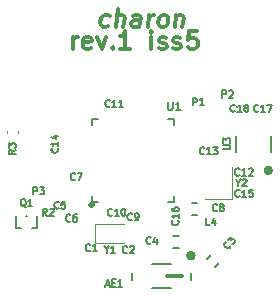
<source format=gto>
G04 #@! TF.FileFunction,Legend,Top*
%FSLAX46Y46*%
G04 Gerber Fmt 4.6, Leading zero omitted, Abs format (unit mm)*
G04 Created by KiCad (PCBNEW 4.0.7) date 02/11/18 15:54:17*
%MOMM*%
%LPD*%
G01*
G04 APERTURE LIST*
%ADD10C,0.100000*%
%ADD11C,0.300000*%
%ADD12C,0.203200*%
%ADD13C,0.150000*%
%ADD14C,0.400000*%
%ADD15C,0.120000*%
%ADD16C,0.350000*%
G04 APERTURE END LIST*
D10*
D11*
X52916001Y-88562571D02*
X52916001Y-87562571D01*
X52916001Y-87848286D02*
X52987429Y-87705429D01*
X53058858Y-87634000D01*
X53201715Y-87562571D01*
X53344572Y-87562571D01*
X54416000Y-88491143D02*
X54273143Y-88562571D01*
X53987429Y-88562571D01*
X53844572Y-88491143D01*
X53773143Y-88348286D01*
X53773143Y-87776857D01*
X53844572Y-87634000D01*
X53987429Y-87562571D01*
X54273143Y-87562571D01*
X54416000Y-87634000D01*
X54487429Y-87776857D01*
X54487429Y-87919714D01*
X53773143Y-88062571D01*
X54987429Y-87562571D02*
X55344572Y-88562571D01*
X55701714Y-87562571D01*
X56273143Y-88419714D02*
X56344571Y-88491143D01*
X56273143Y-88562571D01*
X56201714Y-88491143D01*
X56273143Y-88419714D01*
X56273143Y-88562571D01*
X57773143Y-88562571D02*
X56916000Y-88562571D01*
X57344572Y-88562571D02*
X57344572Y-87062571D01*
X57201715Y-87276857D01*
X57058857Y-87419714D01*
X56916000Y-87491143D01*
X59558857Y-88562571D02*
X59558857Y-87562571D01*
X59558857Y-87062571D02*
X59487428Y-87134000D01*
X59558857Y-87205429D01*
X59630285Y-87134000D01*
X59558857Y-87062571D01*
X59558857Y-87205429D01*
X60201714Y-88491143D02*
X60344571Y-88562571D01*
X60630286Y-88562571D01*
X60773143Y-88491143D01*
X60844571Y-88348286D01*
X60844571Y-88276857D01*
X60773143Y-88134000D01*
X60630286Y-88062571D01*
X60416000Y-88062571D01*
X60273143Y-87991143D01*
X60201714Y-87848286D01*
X60201714Y-87776857D01*
X60273143Y-87634000D01*
X60416000Y-87562571D01*
X60630286Y-87562571D01*
X60773143Y-87634000D01*
X61416000Y-88491143D02*
X61558857Y-88562571D01*
X61844572Y-88562571D01*
X61987429Y-88491143D01*
X62058857Y-88348286D01*
X62058857Y-88276857D01*
X61987429Y-88134000D01*
X61844572Y-88062571D01*
X61630286Y-88062571D01*
X61487429Y-87991143D01*
X61416000Y-87848286D01*
X61416000Y-87776857D01*
X61487429Y-87634000D01*
X61630286Y-87562571D01*
X61844572Y-87562571D01*
X61987429Y-87634000D01*
X63416001Y-87062571D02*
X62701715Y-87062571D01*
X62630286Y-87776857D01*
X62701715Y-87705429D01*
X62844572Y-87634000D01*
X63201715Y-87634000D01*
X63344572Y-87705429D01*
X63416001Y-87776857D01*
X63487429Y-87919714D01*
X63487429Y-88276857D01*
X63416001Y-88419714D01*
X63344572Y-88491143D01*
X63201715Y-88562571D01*
X62844572Y-88562571D01*
X62701715Y-88491143D01*
X62630286Y-88419714D01*
X55902679Y-86607143D02*
X55750894Y-86678571D01*
X55465180Y-86678571D01*
X55331250Y-86607143D01*
X55268751Y-86535714D01*
X55215179Y-86392857D01*
X55268750Y-85964286D01*
X55358036Y-85821429D01*
X55438393Y-85750000D01*
X55590180Y-85678571D01*
X55875894Y-85678571D01*
X56009822Y-85750000D01*
X56536608Y-86678571D02*
X56724108Y-85178571D01*
X57179465Y-86678571D02*
X57277679Y-85892857D01*
X57224107Y-85750000D01*
X57090179Y-85678571D01*
X56875894Y-85678571D01*
X56724107Y-85750000D01*
X56643750Y-85821429D01*
X58536608Y-86678571D02*
X58634822Y-85892857D01*
X58581250Y-85750000D01*
X58447322Y-85678571D01*
X58161608Y-85678571D01*
X58009822Y-85750000D01*
X58545536Y-86607143D02*
X58393751Y-86678571D01*
X58036608Y-86678571D01*
X57902679Y-86607143D01*
X57849107Y-86464286D01*
X57866964Y-86321429D01*
X57956251Y-86178571D01*
X58108036Y-86107143D01*
X58465179Y-86107143D01*
X58616965Y-86035714D01*
X59250894Y-86678571D02*
X59375894Y-85678571D01*
X59340179Y-85964286D02*
X59429464Y-85821429D01*
X59509822Y-85750000D01*
X59661608Y-85678571D01*
X59804465Y-85678571D01*
X60393751Y-86678571D02*
X60259821Y-86607143D01*
X60197322Y-86535714D01*
X60143750Y-86392857D01*
X60197321Y-85964286D01*
X60286607Y-85821429D01*
X60366964Y-85750000D01*
X60518751Y-85678571D01*
X60733036Y-85678571D01*
X60866964Y-85750000D01*
X60929464Y-85821429D01*
X60983036Y-85964286D01*
X60929465Y-86392857D01*
X60840179Y-86535714D01*
X60759821Y-86607143D01*
X60608036Y-86678571D01*
X60393751Y-86678571D01*
X61661608Y-85678571D02*
X61536608Y-86678571D01*
X61643750Y-85821429D02*
X61724107Y-85750000D01*
X61875894Y-85678571D01*
X62090179Y-85678571D01*
X62224107Y-85750000D01*
X62277679Y-85892857D01*
X62179465Y-86678571D01*
D12*
X48100000Y-103700000D02*
X48100000Y-102700000D01*
X48950000Y-102700000D02*
X49051314Y-102700000D01*
X49900000Y-102700000D02*
X49900000Y-103700000D01*
X49900000Y-103700000D02*
X49450000Y-103700000D01*
X48550000Y-103700000D02*
X48100000Y-103700000D01*
D13*
X63450000Y-101625000D02*
X62950000Y-101625000D01*
X62950000Y-102575000D02*
X63450000Y-102575000D01*
X64610901Y-105987348D02*
X64257348Y-106340901D01*
X64929099Y-107012652D02*
X65282652Y-106659099D01*
X61850000Y-104425000D02*
X61350000Y-104425000D01*
X61350000Y-105375000D02*
X61850000Y-105375000D01*
D14*
X69655500Y-98841000D02*
G75*
G03X69655500Y-98841000I-200000J0D01*
G01*
D13*
X66705500Y-95941000D02*
X66705500Y-97241000D01*
X69705500Y-95941000D02*
X69705500Y-97241000D01*
D15*
X64050000Y-101241000D02*
X66350000Y-101241000D01*
X66350000Y-101241000D02*
X66350000Y-98541000D01*
X47360000Y-95471000D02*
X47360000Y-95711000D01*
X48240000Y-95711000D02*
X48240000Y-95471000D01*
D14*
X63106155Y-106050000D02*
G75*
G03X63106155Y-106050000I-206155J0D01*
G01*
D16*
X62150000Y-107800000D02*
X60900000Y-107800000D01*
D13*
X62900000Y-108100000D02*
X62900000Y-107500000D01*
X57900000Y-108100000D02*
X57900000Y-107500000D01*
X61200000Y-106800000D02*
X59600000Y-106800000D01*
X61200000Y-108800000D02*
X59600000Y-108800000D01*
D15*
X57200000Y-103400000D02*
X54800000Y-103400000D01*
X54800000Y-103400000D02*
X54800000Y-105000000D01*
X54800000Y-105000000D02*
X57200000Y-105000000D01*
D16*
X54650000Y-101750000D02*
G75*
G03X54650000Y-101750000I-150000J0D01*
G01*
D13*
X54500000Y-101500000D02*
X55000000Y-101500000D01*
X54500000Y-101000000D02*
X54500000Y-101500000D01*
X61500000Y-101500000D02*
X61000000Y-101500000D01*
X61500000Y-101000000D02*
X61500000Y-101500000D01*
X61500000Y-94500000D02*
X61000000Y-94500000D01*
X61500000Y-95000000D02*
X61500000Y-94500000D01*
X54500000Y-94500000D02*
X55000000Y-94500000D01*
X54500000Y-95000000D02*
X54500000Y-94500000D01*
X48942857Y-101928571D02*
X48885714Y-101900000D01*
X48828571Y-101842857D01*
X48742857Y-101757143D01*
X48685714Y-101728571D01*
X48628571Y-101728571D01*
X48657143Y-101871429D02*
X48600000Y-101842857D01*
X48542857Y-101785714D01*
X48514286Y-101671429D01*
X48514286Y-101471429D01*
X48542857Y-101357143D01*
X48600000Y-101300000D01*
X48657143Y-101271429D01*
X48771429Y-101271429D01*
X48828571Y-101300000D01*
X48885714Y-101357143D01*
X48914286Y-101471429D01*
X48914286Y-101671429D01*
X48885714Y-101785714D01*
X48828571Y-101842857D01*
X48771429Y-101871429D01*
X48657143Y-101871429D01*
X49485714Y-101871429D02*
X49142857Y-101871429D01*
X49314285Y-101871429D02*
X49314285Y-101271429D01*
X49257142Y-101357143D01*
X49200000Y-101414286D01*
X49142857Y-101442857D01*
X64500000Y-103471429D02*
X64214286Y-103471429D01*
X64214286Y-102871429D01*
X64957143Y-103071429D02*
X64957143Y-103471429D01*
X64814286Y-102842857D02*
X64671429Y-103271429D01*
X65042857Y-103271429D01*
X65100000Y-102214286D02*
X65071429Y-102242857D01*
X64985715Y-102271429D01*
X64928572Y-102271429D01*
X64842857Y-102242857D01*
X64785715Y-102185714D01*
X64757143Y-102128571D01*
X64728572Y-102014286D01*
X64728572Y-101928571D01*
X64757143Y-101814286D01*
X64785715Y-101757143D01*
X64842857Y-101700000D01*
X64928572Y-101671429D01*
X64985715Y-101671429D01*
X65071429Y-101700000D01*
X65100000Y-101728571D01*
X65442857Y-101928571D02*
X65385715Y-101900000D01*
X65357143Y-101871429D01*
X65328572Y-101814286D01*
X65328572Y-101785714D01*
X65357143Y-101728571D01*
X65385715Y-101700000D01*
X65442857Y-101671429D01*
X65557143Y-101671429D01*
X65614286Y-101700000D01*
X65642857Y-101728571D01*
X65671429Y-101785714D01*
X65671429Y-101814286D01*
X65642857Y-101871429D01*
X65614286Y-101900000D01*
X65557143Y-101928571D01*
X65442857Y-101928571D01*
X65385715Y-101957143D01*
X65357143Y-101985714D01*
X65328572Y-102042857D01*
X65328572Y-102157143D01*
X65357143Y-102214286D01*
X65385715Y-102242857D01*
X65442857Y-102271429D01*
X65557143Y-102271429D01*
X65614286Y-102242857D01*
X65642857Y-102214286D01*
X65671429Y-102157143D01*
X65671429Y-102042857D01*
X65642857Y-101985714D01*
X65614286Y-101957143D01*
X65557143Y-101928571D01*
X66250812Y-105222234D02*
X66250812Y-105262639D01*
X66210407Y-105343452D01*
X66170001Y-105383858D01*
X66089188Y-105424264D01*
X66008376Y-105424263D01*
X65947766Y-105404061D01*
X65846752Y-105343452D01*
X65786142Y-105282842D01*
X65725533Y-105181828D01*
X65705330Y-105121218D01*
X65705330Y-105040406D01*
X65745737Y-104959594D01*
X65786143Y-104919188D01*
X65866955Y-104878781D01*
X65907360Y-104878781D01*
X66008376Y-104696955D02*
X66271016Y-104434315D01*
X66291219Y-104737360D01*
X66351828Y-104676751D01*
X66412437Y-104656548D01*
X66452843Y-104656548D01*
X66513452Y-104676751D01*
X66614468Y-104777766D01*
X66634670Y-104838376D01*
X66634670Y-104878781D01*
X66614468Y-104939391D01*
X66493250Y-105060609D01*
X66432640Y-105080812D01*
X66392234Y-105080812D01*
X59500000Y-105014286D02*
X59471429Y-105042857D01*
X59385715Y-105071429D01*
X59328572Y-105071429D01*
X59242857Y-105042857D01*
X59185715Y-104985714D01*
X59157143Y-104928571D01*
X59128572Y-104814286D01*
X59128572Y-104728571D01*
X59157143Y-104614286D01*
X59185715Y-104557143D01*
X59242857Y-104500000D01*
X59328572Y-104471429D01*
X59385715Y-104471429D01*
X59471429Y-104500000D01*
X59500000Y-104528571D01*
X60014286Y-104671429D02*
X60014286Y-105071429D01*
X59871429Y-104442857D02*
X59728572Y-104871429D01*
X60100000Y-104871429D01*
X54350000Y-105614286D02*
X54321429Y-105642857D01*
X54235715Y-105671429D01*
X54178572Y-105671429D01*
X54092857Y-105642857D01*
X54035715Y-105585714D01*
X54007143Y-105528571D01*
X53978572Y-105414286D01*
X53978572Y-105328571D01*
X54007143Y-105214286D01*
X54035715Y-105157143D01*
X54092857Y-105100000D01*
X54178572Y-105071429D01*
X54235715Y-105071429D01*
X54321429Y-105100000D01*
X54350000Y-105128571D01*
X54921429Y-105671429D02*
X54578572Y-105671429D01*
X54750000Y-105671429D02*
X54750000Y-105071429D01*
X54692857Y-105157143D01*
X54635715Y-105214286D01*
X54578572Y-105242857D01*
X57500000Y-105789286D02*
X57471429Y-105817857D01*
X57385715Y-105846429D01*
X57328572Y-105846429D01*
X57242857Y-105817857D01*
X57185715Y-105760714D01*
X57157143Y-105703571D01*
X57128572Y-105589286D01*
X57128572Y-105503571D01*
X57157143Y-105389286D01*
X57185715Y-105332143D01*
X57242857Y-105275000D01*
X57328572Y-105246429D01*
X57385715Y-105246429D01*
X57471429Y-105275000D01*
X57500000Y-105303571D01*
X57728572Y-105303571D02*
X57757143Y-105275000D01*
X57814286Y-105246429D01*
X57957143Y-105246429D01*
X58014286Y-105275000D01*
X58042857Y-105303571D01*
X58071429Y-105360714D01*
X58071429Y-105417857D01*
X58042857Y-105503571D01*
X57700000Y-105846429D01*
X58071429Y-105846429D01*
X51700000Y-102014286D02*
X51671429Y-102042857D01*
X51585715Y-102071429D01*
X51528572Y-102071429D01*
X51442857Y-102042857D01*
X51385715Y-101985714D01*
X51357143Y-101928571D01*
X51328572Y-101814286D01*
X51328572Y-101728571D01*
X51357143Y-101614286D01*
X51385715Y-101557143D01*
X51442857Y-101500000D01*
X51528572Y-101471429D01*
X51585715Y-101471429D01*
X51671429Y-101500000D01*
X51700000Y-101528571D01*
X52242857Y-101471429D02*
X51957143Y-101471429D01*
X51928572Y-101757143D01*
X51957143Y-101728571D01*
X52014286Y-101700000D01*
X52157143Y-101700000D01*
X52214286Y-101728571D01*
X52242857Y-101757143D01*
X52271429Y-101814286D01*
X52271429Y-101957143D01*
X52242857Y-102014286D01*
X52214286Y-102042857D01*
X52157143Y-102071429D01*
X52014286Y-102071429D01*
X51957143Y-102042857D01*
X51928572Y-102014286D01*
X52700000Y-103114286D02*
X52671429Y-103142857D01*
X52585715Y-103171429D01*
X52528572Y-103171429D01*
X52442857Y-103142857D01*
X52385715Y-103085714D01*
X52357143Y-103028571D01*
X52328572Y-102914286D01*
X52328572Y-102828571D01*
X52357143Y-102714286D01*
X52385715Y-102657143D01*
X52442857Y-102600000D01*
X52528572Y-102571429D01*
X52585715Y-102571429D01*
X52671429Y-102600000D01*
X52700000Y-102628571D01*
X53214286Y-102571429D02*
X53100000Y-102571429D01*
X53042857Y-102600000D01*
X53014286Y-102628571D01*
X52957143Y-102714286D01*
X52928572Y-102828571D01*
X52928572Y-103057143D01*
X52957143Y-103114286D01*
X52985715Y-103142857D01*
X53042857Y-103171429D01*
X53157143Y-103171429D01*
X53214286Y-103142857D01*
X53242857Y-103114286D01*
X53271429Y-103057143D01*
X53271429Y-102914286D01*
X53242857Y-102857143D01*
X53214286Y-102828571D01*
X53157143Y-102800000D01*
X53042857Y-102800000D01*
X52985715Y-102828571D01*
X52957143Y-102857143D01*
X52928572Y-102914286D01*
X53100000Y-99614286D02*
X53071429Y-99642857D01*
X52985715Y-99671429D01*
X52928572Y-99671429D01*
X52842857Y-99642857D01*
X52785715Y-99585714D01*
X52757143Y-99528571D01*
X52728572Y-99414286D01*
X52728572Y-99328571D01*
X52757143Y-99214286D01*
X52785715Y-99157143D01*
X52842857Y-99100000D01*
X52928572Y-99071429D01*
X52985715Y-99071429D01*
X53071429Y-99100000D01*
X53100000Y-99128571D01*
X53300000Y-99071429D02*
X53700000Y-99071429D01*
X53442857Y-99671429D01*
X57900000Y-103014286D02*
X57871429Y-103042857D01*
X57785715Y-103071429D01*
X57728572Y-103071429D01*
X57642857Y-103042857D01*
X57585715Y-102985714D01*
X57557143Y-102928571D01*
X57528572Y-102814286D01*
X57528572Y-102728571D01*
X57557143Y-102614286D01*
X57585715Y-102557143D01*
X57642857Y-102500000D01*
X57728572Y-102471429D01*
X57785715Y-102471429D01*
X57871429Y-102500000D01*
X57900000Y-102528571D01*
X58185715Y-103071429D02*
X58300000Y-103071429D01*
X58357143Y-103042857D01*
X58385715Y-103014286D01*
X58442857Y-102928571D01*
X58471429Y-102814286D01*
X58471429Y-102585714D01*
X58442857Y-102528571D01*
X58414286Y-102500000D01*
X58357143Y-102471429D01*
X58242857Y-102471429D01*
X58185715Y-102500000D01*
X58157143Y-102528571D01*
X58128572Y-102585714D01*
X58128572Y-102728571D01*
X58157143Y-102785714D01*
X58185715Y-102814286D01*
X58242857Y-102842857D01*
X58357143Y-102842857D01*
X58414286Y-102814286D01*
X58442857Y-102785714D01*
X58471429Y-102728571D01*
X56214285Y-102614286D02*
X56185714Y-102642857D01*
X56100000Y-102671429D01*
X56042857Y-102671429D01*
X55957142Y-102642857D01*
X55900000Y-102585714D01*
X55871428Y-102528571D01*
X55842857Y-102414286D01*
X55842857Y-102328571D01*
X55871428Y-102214286D01*
X55900000Y-102157143D01*
X55957142Y-102100000D01*
X56042857Y-102071429D01*
X56100000Y-102071429D01*
X56185714Y-102100000D01*
X56214285Y-102128571D01*
X56785714Y-102671429D02*
X56442857Y-102671429D01*
X56614285Y-102671429D02*
X56614285Y-102071429D01*
X56557142Y-102157143D01*
X56500000Y-102214286D01*
X56442857Y-102242857D01*
X57157143Y-102071429D02*
X57214286Y-102071429D01*
X57271429Y-102100000D01*
X57300000Y-102128571D01*
X57328571Y-102185714D01*
X57357143Y-102300000D01*
X57357143Y-102442857D01*
X57328571Y-102557143D01*
X57300000Y-102614286D01*
X57271429Y-102642857D01*
X57214286Y-102671429D01*
X57157143Y-102671429D01*
X57100000Y-102642857D01*
X57071429Y-102614286D01*
X57042857Y-102557143D01*
X57014286Y-102442857D01*
X57014286Y-102300000D01*
X57042857Y-102185714D01*
X57071429Y-102128571D01*
X57100000Y-102100000D01*
X57157143Y-102071429D01*
X56014285Y-93414286D02*
X55985714Y-93442857D01*
X55900000Y-93471429D01*
X55842857Y-93471429D01*
X55757142Y-93442857D01*
X55700000Y-93385714D01*
X55671428Y-93328571D01*
X55642857Y-93214286D01*
X55642857Y-93128571D01*
X55671428Y-93014286D01*
X55700000Y-92957143D01*
X55757142Y-92900000D01*
X55842857Y-92871429D01*
X55900000Y-92871429D01*
X55985714Y-92900000D01*
X56014285Y-92928571D01*
X56585714Y-93471429D02*
X56242857Y-93471429D01*
X56414285Y-93471429D02*
X56414285Y-92871429D01*
X56357142Y-92957143D01*
X56300000Y-93014286D01*
X56242857Y-93042857D01*
X57157143Y-93471429D02*
X56814286Y-93471429D01*
X56985714Y-93471429D02*
X56985714Y-92871429D01*
X56928571Y-92957143D01*
X56871429Y-93014286D01*
X56814286Y-93042857D01*
X67014285Y-99214286D02*
X66985714Y-99242857D01*
X66900000Y-99271429D01*
X66842857Y-99271429D01*
X66757142Y-99242857D01*
X66700000Y-99185714D01*
X66671428Y-99128571D01*
X66642857Y-99014286D01*
X66642857Y-98928571D01*
X66671428Y-98814286D01*
X66700000Y-98757143D01*
X66757142Y-98700000D01*
X66842857Y-98671429D01*
X66900000Y-98671429D01*
X66985714Y-98700000D01*
X67014285Y-98728571D01*
X67585714Y-99271429D02*
X67242857Y-99271429D01*
X67414285Y-99271429D02*
X67414285Y-98671429D01*
X67357142Y-98757143D01*
X67300000Y-98814286D01*
X67242857Y-98842857D01*
X67814286Y-98728571D02*
X67842857Y-98700000D01*
X67900000Y-98671429D01*
X68042857Y-98671429D01*
X68100000Y-98700000D01*
X68128571Y-98728571D01*
X68157143Y-98785714D01*
X68157143Y-98842857D01*
X68128571Y-98928571D01*
X67785714Y-99271429D01*
X68157143Y-99271429D01*
X64014285Y-97414286D02*
X63985714Y-97442857D01*
X63900000Y-97471429D01*
X63842857Y-97471429D01*
X63757142Y-97442857D01*
X63700000Y-97385714D01*
X63671428Y-97328571D01*
X63642857Y-97214286D01*
X63642857Y-97128571D01*
X63671428Y-97014286D01*
X63700000Y-96957143D01*
X63757142Y-96900000D01*
X63842857Y-96871429D01*
X63900000Y-96871429D01*
X63985714Y-96900000D01*
X64014285Y-96928571D01*
X64585714Y-97471429D02*
X64242857Y-97471429D01*
X64414285Y-97471429D02*
X64414285Y-96871429D01*
X64357142Y-96957143D01*
X64300000Y-97014286D01*
X64242857Y-97042857D01*
X64785714Y-96871429D02*
X65157143Y-96871429D01*
X64957143Y-97100000D01*
X65042857Y-97100000D01*
X65100000Y-97128571D01*
X65128571Y-97157143D01*
X65157143Y-97214286D01*
X65157143Y-97357143D01*
X65128571Y-97414286D01*
X65100000Y-97442857D01*
X65042857Y-97471429D01*
X64871429Y-97471429D01*
X64814286Y-97442857D01*
X64785714Y-97414286D01*
X51614286Y-96976715D02*
X51642857Y-97005286D01*
X51671429Y-97091000D01*
X51671429Y-97148143D01*
X51642857Y-97233858D01*
X51585714Y-97291000D01*
X51528571Y-97319572D01*
X51414286Y-97348143D01*
X51328571Y-97348143D01*
X51214286Y-97319572D01*
X51157143Y-97291000D01*
X51100000Y-97233858D01*
X51071429Y-97148143D01*
X51071429Y-97091000D01*
X51100000Y-97005286D01*
X51128571Y-96976715D01*
X51671429Y-96405286D02*
X51671429Y-96748143D01*
X51671429Y-96576715D02*
X51071429Y-96576715D01*
X51157143Y-96633858D01*
X51214286Y-96691000D01*
X51242857Y-96748143D01*
X51271429Y-95891000D02*
X51671429Y-95891000D01*
X51042857Y-96033857D02*
X51471429Y-96176714D01*
X51471429Y-95805286D01*
X67014285Y-101014286D02*
X66985714Y-101042857D01*
X66900000Y-101071429D01*
X66842857Y-101071429D01*
X66757142Y-101042857D01*
X66700000Y-100985714D01*
X66671428Y-100928571D01*
X66642857Y-100814286D01*
X66642857Y-100728571D01*
X66671428Y-100614286D01*
X66700000Y-100557143D01*
X66757142Y-100500000D01*
X66842857Y-100471429D01*
X66900000Y-100471429D01*
X66985714Y-100500000D01*
X67014285Y-100528571D01*
X67585714Y-101071429D02*
X67242857Y-101071429D01*
X67414285Y-101071429D02*
X67414285Y-100471429D01*
X67357142Y-100557143D01*
X67300000Y-100614286D01*
X67242857Y-100642857D01*
X68128571Y-100471429D02*
X67842857Y-100471429D01*
X67814286Y-100757143D01*
X67842857Y-100728571D01*
X67900000Y-100700000D01*
X68042857Y-100700000D01*
X68100000Y-100728571D01*
X68128571Y-100757143D01*
X68157143Y-100814286D01*
X68157143Y-100957143D01*
X68128571Y-101014286D01*
X68100000Y-101042857D01*
X68042857Y-101071429D01*
X67900000Y-101071429D01*
X67842857Y-101042857D01*
X67814286Y-101014286D01*
X61814286Y-103076715D02*
X61842857Y-103105286D01*
X61871429Y-103191000D01*
X61871429Y-103248143D01*
X61842857Y-103333858D01*
X61785714Y-103391000D01*
X61728571Y-103419572D01*
X61614286Y-103448143D01*
X61528571Y-103448143D01*
X61414286Y-103419572D01*
X61357143Y-103391000D01*
X61300000Y-103333858D01*
X61271429Y-103248143D01*
X61271429Y-103191000D01*
X61300000Y-103105286D01*
X61328571Y-103076715D01*
X61871429Y-102505286D02*
X61871429Y-102848143D01*
X61871429Y-102676715D02*
X61271429Y-102676715D01*
X61357143Y-102733858D01*
X61414286Y-102791000D01*
X61442857Y-102848143D01*
X61271429Y-101991000D02*
X61271429Y-102105286D01*
X61300000Y-102162429D01*
X61328571Y-102191000D01*
X61414286Y-102248143D01*
X61528571Y-102276714D01*
X61757143Y-102276714D01*
X61814286Y-102248143D01*
X61842857Y-102219571D01*
X61871429Y-102162429D01*
X61871429Y-102048143D01*
X61842857Y-101991000D01*
X61814286Y-101962429D01*
X61757143Y-101933857D01*
X61614286Y-101933857D01*
X61557143Y-101962429D01*
X61528571Y-101991000D01*
X61500000Y-102048143D01*
X61500000Y-102162429D01*
X61528571Y-102219571D01*
X61557143Y-102248143D01*
X61614286Y-102276714D01*
X68599785Y-93814286D02*
X68571214Y-93842857D01*
X68485500Y-93871429D01*
X68428357Y-93871429D01*
X68342642Y-93842857D01*
X68285500Y-93785714D01*
X68256928Y-93728571D01*
X68228357Y-93614286D01*
X68228357Y-93528571D01*
X68256928Y-93414286D01*
X68285500Y-93357143D01*
X68342642Y-93300000D01*
X68428357Y-93271429D01*
X68485500Y-93271429D01*
X68571214Y-93300000D01*
X68599785Y-93328571D01*
X69171214Y-93871429D02*
X68828357Y-93871429D01*
X68999785Y-93871429D02*
X68999785Y-93271429D01*
X68942642Y-93357143D01*
X68885500Y-93414286D01*
X68828357Y-93442857D01*
X69371214Y-93271429D02*
X69771214Y-93271429D01*
X69514071Y-93871429D01*
X66614285Y-93814286D02*
X66585714Y-93842857D01*
X66500000Y-93871429D01*
X66442857Y-93871429D01*
X66357142Y-93842857D01*
X66300000Y-93785714D01*
X66271428Y-93728571D01*
X66242857Y-93614286D01*
X66242857Y-93528571D01*
X66271428Y-93414286D01*
X66300000Y-93357143D01*
X66357142Y-93300000D01*
X66442857Y-93271429D01*
X66500000Y-93271429D01*
X66585714Y-93300000D01*
X66614285Y-93328571D01*
X67185714Y-93871429D02*
X66842857Y-93871429D01*
X67014285Y-93871429D02*
X67014285Y-93271429D01*
X66957142Y-93357143D01*
X66900000Y-93414286D01*
X66842857Y-93442857D01*
X67528571Y-93528571D02*
X67471429Y-93500000D01*
X67442857Y-93471429D01*
X67414286Y-93414286D01*
X67414286Y-93385714D01*
X67442857Y-93328571D01*
X67471429Y-93300000D01*
X67528571Y-93271429D01*
X67642857Y-93271429D01*
X67700000Y-93300000D01*
X67728571Y-93328571D01*
X67757143Y-93385714D01*
X67757143Y-93414286D01*
X67728571Y-93471429D01*
X67700000Y-93500000D01*
X67642857Y-93528571D01*
X67528571Y-93528571D01*
X67471429Y-93557143D01*
X67442857Y-93585714D01*
X67414286Y-93642857D01*
X67414286Y-93757143D01*
X67442857Y-93814286D01*
X67471429Y-93842857D01*
X67528571Y-93871429D01*
X67642857Y-93871429D01*
X67700000Y-93842857D01*
X67728571Y-93814286D01*
X67757143Y-93757143D01*
X67757143Y-93642857D01*
X67728571Y-93585714D01*
X67700000Y-93557143D01*
X67642857Y-93528571D01*
X65626929Y-97048143D02*
X66112643Y-97048143D01*
X66169786Y-97019571D01*
X66198357Y-96991000D01*
X66226929Y-96933857D01*
X66226929Y-96819571D01*
X66198357Y-96762429D01*
X66169786Y-96733857D01*
X66112643Y-96705286D01*
X65626929Y-96705286D01*
X65626929Y-96476715D02*
X65626929Y-96105286D01*
X65855500Y-96305286D01*
X65855500Y-96219572D01*
X65884071Y-96162429D01*
X65912643Y-96133858D01*
X65969786Y-96105286D01*
X66112643Y-96105286D01*
X66169786Y-96133858D01*
X66198357Y-96162429D01*
X66226929Y-96219572D01*
X66226929Y-96391000D01*
X66198357Y-96448143D01*
X66169786Y-96476715D01*
X66914286Y-99876714D02*
X66914286Y-100162429D01*
X66714286Y-99562429D02*
X66914286Y-99876714D01*
X67114286Y-99562429D01*
X67285715Y-99619571D02*
X67314286Y-99591000D01*
X67371429Y-99562429D01*
X67514286Y-99562429D01*
X67571429Y-99591000D01*
X67600000Y-99619571D01*
X67628572Y-99676714D01*
X67628572Y-99733857D01*
X67600000Y-99819571D01*
X67257143Y-100162429D01*
X67628572Y-100162429D01*
X50700000Y-102671429D02*
X50500000Y-102385714D01*
X50357143Y-102671429D02*
X50357143Y-102071429D01*
X50585715Y-102071429D01*
X50642857Y-102100000D01*
X50671429Y-102128571D01*
X50700000Y-102185714D01*
X50700000Y-102271429D01*
X50671429Y-102328571D01*
X50642857Y-102357143D01*
X50585715Y-102385714D01*
X50357143Y-102385714D01*
X50928572Y-102128571D02*
X50957143Y-102100000D01*
X51014286Y-102071429D01*
X51157143Y-102071429D01*
X51214286Y-102100000D01*
X51242857Y-102128571D01*
X51271429Y-102185714D01*
X51271429Y-102242857D01*
X51242857Y-102328571D01*
X50900000Y-102671429D01*
X51271429Y-102671429D01*
X48071429Y-97100000D02*
X47785714Y-97300000D01*
X48071429Y-97442857D02*
X47471429Y-97442857D01*
X47471429Y-97214285D01*
X47500000Y-97157143D01*
X47528571Y-97128571D01*
X47585714Y-97100000D01*
X47671429Y-97100000D01*
X47728571Y-97128571D01*
X47757143Y-97157143D01*
X47785714Y-97214285D01*
X47785714Y-97442857D01*
X47471429Y-96900000D02*
X47471429Y-96528571D01*
X47700000Y-96728571D01*
X47700000Y-96642857D01*
X47728571Y-96585714D01*
X47757143Y-96557143D01*
X47814286Y-96528571D01*
X47957143Y-96528571D01*
X48014286Y-96557143D01*
X48042857Y-96585714D01*
X48071429Y-96642857D01*
X48071429Y-96814285D01*
X48042857Y-96871428D01*
X48014286Y-96900000D01*
X63057143Y-93321429D02*
X63057143Y-92721429D01*
X63285715Y-92721429D01*
X63342857Y-92750000D01*
X63371429Y-92778571D01*
X63400000Y-92835714D01*
X63400000Y-92921429D01*
X63371429Y-92978571D01*
X63342857Y-93007143D01*
X63285715Y-93035714D01*
X63057143Y-93035714D01*
X63971429Y-93321429D02*
X63628572Y-93321429D01*
X63800000Y-93321429D02*
X63800000Y-92721429D01*
X63742857Y-92807143D01*
X63685715Y-92864286D01*
X63628572Y-92892857D01*
X65557143Y-92671429D02*
X65557143Y-92071429D01*
X65785715Y-92071429D01*
X65842857Y-92100000D01*
X65871429Y-92128571D01*
X65900000Y-92185714D01*
X65900000Y-92271429D01*
X65871429Y-92328571D01*
X65842857Y-92357143D01*
X65785715Y-92385714D01*
X65557143Y-92385714D01*
X66128572Y-92128571D02*
X66157143Y-92100000D01*
X66214286Y-92071429D01*
X66357143Y-92071429D01*
X66414286Y-92100000D01*
X66442857Y-92128571D01*
X66471429Y-92185714D01*
X66471429Y-92242857D01*
X66442857Y-92328571D01*
X66100000Y-92671429D01*
X66471429Y-92671429D01*
X49557143Y-100871429D02*
X49557143Y-100271429D01*
X49785715Y-100271429D01*
X49842857Y-100300000D01*
X49871429Y-100328571D01*
X49900000Y-100385714D01*
X49900000Y-100471429D01*
X49871429Y-100528571D01*
X49842857Y-100557143D01*
X49785715Y-100585714D01*
X49557143Y-100585714D01*
X50100000Y-100271429D02*
X50471429Y-100271429D01*
X50271429Y-100500000D01*
X50357143Y-100500000D01*
X50414286Y-100528571D01*
X50442857Y-100557143D01*
X50471429Y-100614286D01*
X50471429Y-100757143D01*
X50442857Y-100814286D01*
X50414286Y-100842857D01*
X50357143Y-100871429D01*
X50185715Y-100871429D01*
X50128572Y-100842857D01*
X50100000Y-100814286D01*
X55700000Y-108500000D02*
X55985714Y-108500000D01*
X55642857Y-108671429D02*
X55842857Y-108071429D01*
X56042857Y-108671429D01*
X56242857Y-108357143D02*
X56442857Y-108357143D01*
X56528571Y-108671429D02*
X56242857Y-108671429D01*
X56242857Y-108071429D01*
X56528571Y-108071429D01*
X57100000Y-108671429D02*
X56757143Y-108671429D01*
X56928571Y-108671429D02*
X56928571Y-108071429D01*
X56871428Y-108157143D01*
X56814286Y-108214286D01*
X56757143Y-108242857D01*
X55758786Y-105510714D02*
X55758786Y-105796429D01*
X55558786Y-105196429D02*
X55758786Y-105510714D01*
X55958786Y-105196429D01*
X56473072Y-105796429D02*
X56130215Y-105796429D01*
X56301643Y-105796429D02*
X56301643Y-105196429D01*
X56244500Y-105282143D01*
X56187358Y-105339286D01*
X56130215Y-105367857D01*
X60941667Y-93016667D02*
X60941667Y-93583333D01*
X60975000Y-93650000D01*
X61008333Y-93683333D01*
X61075000Y-93716667D01*
X61208333Y-93716667D01*
X61275000Y-93683333D01*
X61308333Y-93650000D01*
X61341667Y-93583333D01*
X61341667Y-93016667D01*
X62041666Y-93716667D02*
X61641666Y-93716667D01*
X61841666Y-93716667D02*
X61841666Y-93016667D01*
X61775000Y-93116667D01*
X61708333Y-93183333D01*
X61641666Y-93216667D01*
M02*

</source>
